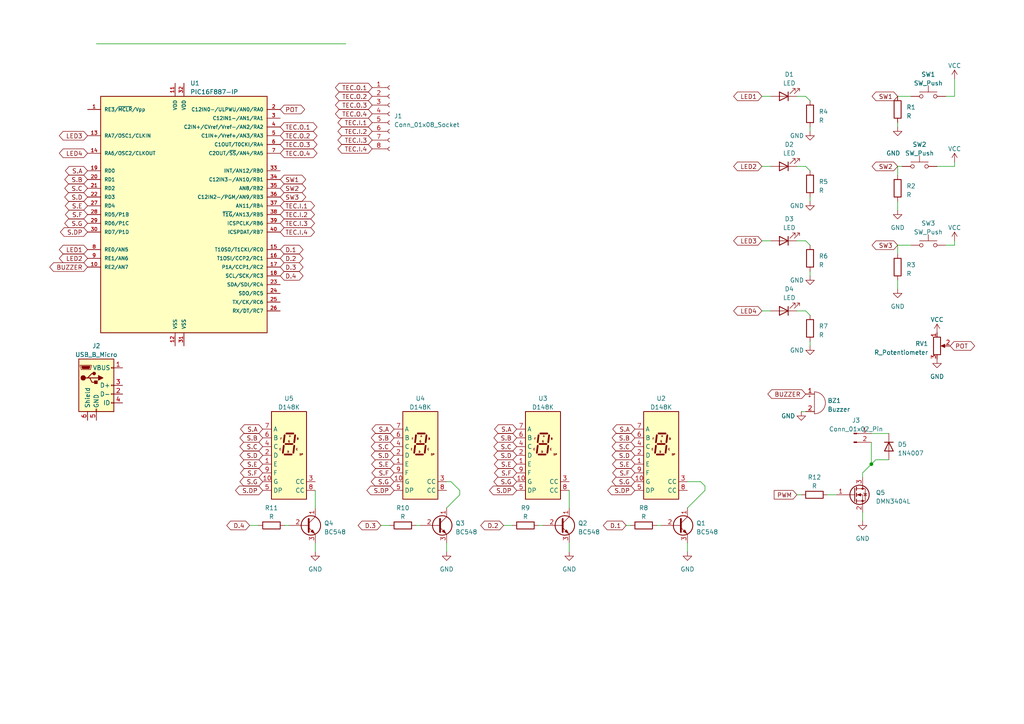
<source format=kicad_sch>
(kicad_sch (version 20230121) (generator eeschema)
  (paper "A4")
  (lib_symbols
    (symbol "Connector:Conn_01x02_Pin" (pin_names (offset 1.016) hide)
      (property "Reference" "J" (at 0 2.54 0))
      (property "Value" "Conn_01x02_Pin" (at 0 -5.08 0))
      (symbol "Conn_01x02_Pin_1_1"
        (polyline (pts (xy 1.27 -2.54) (xy 0.8636 -2.54)) (stroke (width 0.1524)))
        (polyline (pts (xy 1.27 0) (xy 0.8636 0)) (stroke (width 0.1524)))
        (rectangle (start 0.8636 -2.413) (end 0 -2.667) (stroke (width 0.1524)) (fill (type outline)))
        (rectangle (start 0.8636 0.127) (end 0 -0.127) (stroke (width 0.1524)) (fill (type outline)))
        (pin passive line (at 5.08 0 180) (length 3.81) (name "Pin_1") (number "1"))
        (pin passive line (at 5.08 -2.54 180) (length 3.81) (name "Pin_2") (number "2"))
      )
    )
    (symbol "Connector:Conn_01x08_Socket" (pin_names (offset 1.016) hide)
      (property "Reference" "J" (at 0 10.16 0))
      (property "Value" "Conn_01x08_Socket" (at 0 -12.7 0))
      (symbol "Conn_01x08_Socket_1_1"
        (arc (start 0 -9.652) (mid -0.5058 -10.16) (end 0 -10.668) (stroke (width 0.1524)))
        (arc (start 0 -7.112) (mid -0.5058 -7.62) (end 0 -8.128) (stroke (width 0.1524)))
        (arc (start 0 -4.572) (mid -0.5058 -5.08) (end 0 -5.588) (stroke (width 0.1524)))
        (arc (start 0 -2.032) (mid -0.5058 -2.54) (end 0 -3.048) (stroke (width 0.1524)))
        (polyline (pts (xy -1.27 -10.16) (xy -0.508 -10.16)) (stroke (width 0.1524)))
        (polyline (pts (xy -1.27 -7.62) (xy -0.508 -7.62)) (stroke (width 0.1524)))
        (polyline (pts (xy -1.27 -5.08) (xy -0.508 -5.08)) (stroke (width 0.1524)))
        (polyline (pts (xy -1.27 -2.54) (xy -0.508 -2.54)) (stroke (width 0.1524)))
        (polyline (pts (xy -1.27 0) (xy -0.508 0)) (stroke (width 0.1524)))
        (polyline (pts (xy -1.27 2.54) (xy -0.508 2.54)) (stroke (width 0.1524)))
        (polyline (pts (xy -1.27 5.08) (xy -0.508 5.08)) (stroke (width 0.1524)))
        (polyline (pts (xy -1.27 7.62) (xy -0.508 7.62)) (stroke (width 0.1524)))
        (arc (start 0 0.508) (mid -0.5058 0) (end 0 -0.508) (stroke (width 0.1524)))
        (arc (start 0 3.048) (mid -0.5058 2.54) (end 0 2.032) (stroke (width 0.1524)))
        (arc (start 0 5.588) (mid -0.5058 5.08) (end 0 4.572) (stroke (width 0.1524)))
        (arc (start 0 8.128) (mid -0.5058 7.62) (end 0 7.112) (stroke (width 0.1524)))
        (pin passive line (at -5.08 7.62 0) (length 3.81) (name "Pin_1") (number "1"))
        (pin passive line (at -5.08 5.08 0) (length 3.81) (name "Pin_2") (number "2"))
        (pin passive line (at -5.08 2.54 0) (length 3.81) (name "Pin_3") (number "3"))
        (pin passive line (at -5.08 0 0) (length 3.81) (name "Pin_4") (number "4"))
        (pin passive line (at -5.08 -2.54 0) (length 3.81) (name "Pin_5") (number "5"))
        (pin passive line (at -5.08 -5.08 0) (length 3.81) (name "Pin_6") (number "6"))
        (pin passive line (at -5.08 -7.62 0) (length 3.81) (name "Pin_7") (number "7"))
        (pin passive line (at -5.08 -10.16 0) (length 3.81) (name "Pin_8") (number "8"))
      )
    )
    (symbol "Connector:USB_B_Micro" (pin_names (offset 1.016))
      (property "Reference" "J" (at -5.08 11.43 0))
      (property "Value" "USB_B_Micro" (at -5.08 8.89 0))
      (symbol "USB_B_Micro_0_1"
        (rectangle (start -5.08 -7.62) (end 5.08 7.62) (stroke (width 0.254)) (fill (type background)))
        (circle (center -3.81 2.159) (radius 0.635) (stroke (width 0.254)) (fill (type outline)))
        (circle (center -0.635 3.429) (radius 0.381) (stroke (width 0.254)) (fill (type outline)))
        (rectangle (start -0.127 -7.62) (end 0.127 -6.858))
        (polyline (pts (xy -1.905 2.159) (xy 0.635 2.159)) (stroke (width 0.254)))
        (polyline (pts (xy -3.175 2.159) (xy -2.54 2.159) (xy -1.27 3.429) (xy -0.635 3.429)) (stroke (width 0.254)))
        (polyline (pts (xy -2.54 2.159) (xy -1.905 2.159) (xy -1.27 0.889) (xy 0 0.889)) (stroke (width 0.254)))
        (polyline (pts (xy 0.635 2.794) (xy 0.635 1.524) (xy 1.905 2.159) (xy 0.635 2.794)) (stroke (width 0.254)) (fill (type outline)))
        (polyline (pts (xy -4.318 5.588) (xy -1.778 5.588) (xy -2.032 4.826) (xy -4.064 4.826) (xy -4.318 5.588)) (fill (type outline)))
        (polyline (pts (xy -4.699 5.842) (xy -4.699 5.588) (xy -4.445 4.826) (xy -4.445 4.572) (xy -1.651 4.572) (xy -1.651 4.826) (xy -1.397 5.588) (xy -1.397 5.842) (xy -4.699 5.842)))
        (rectangle (start 0.254 1.27) (end -0.508 0.508) (stroke (width 0.254)) (fill (type outline)))
        (rectangle (start 5.08 -5.207) (end 4.318 -4.953))
        (rectangle (start 5.08 -2.667) (end 4.318 -2.413))
        (rectangle (start 5.08 -0.127) (end 4.318 0.127))
        (rectangle (start 5.08 4.953) (end 4.318 5.207))
      )
      (symbol "USB_B_Micro_1_1"
        (pin power_out line (at 7.62 5.08 180) (length 2.54) (name "VBUS") (number "1"))
        (pin bidirectional line (at 7.62 -2.54 180) (length 2.54) (name "D-") (number "2"))
        (pin bidirectional line (at 7.62 0 180) (length 2.54) (name "D+") (number "3"))
        (pin passive line (at 7.62 -5.08 180) (length 2.54) (name "ID") (number "4"))
        (pin power_out line (at 0 -10.16 90) (length 2.54) (name "GND") (number "5"))
        (pin passive line (at -2.54 -10.16 90) (length 2.54) (name "Shield") (number "6"))
      )
    )
    (symbol "Device:Buzzer" (pin_names (offset 0.0254) hide)
      (property "Reference" "BZ" (at 3.81 1.27 0))
      (property "Value" "Buzzer" (at 3.81 -1.27 0))
      (symbol "Buzzer_0_1"
        (arc (start 0 -3.175) (mid 3.1612 0) (end 0 3.175))
        (polyline (pts (xy -1.651 1.905) (xy -1.143 1.905)))
        (polyline (pts (xy -1.397 2.159) (xy -1.397 1.651)))
        (polyline (pts (xy 0 3.175) (xy 0 -3.175)))
      )
      (symbol "Buzzer_1_1"
        (pin passive line (at -2.54 2.54 0) (length 2.54) (name "-") (number "1"))
        (pin passive line (at -2.54 -2.54 0) (length 2.54) (name "+") (number "2"))
      )
    )
    (symbol "Device:LED" (pin_numbers hide) (pin_names (offset 1.016) hide)
      (property "Reference" "D" (at 0 2.54 0))
      (property "Value" "LED" (at 0 -2.54 0))
      (symbol "LED_0_1"
        (polyline (pts (xy -1.27 -1.27) (xy -1.27 1.27)) (stroke (width 0.254)))
        (polyline (pts (xy -1.27 0) (xy 1.27 0)))
        (polyline (pts (xy 1.27 -1.27) (xy 1.27 1.27) (xy -1.27 0) (xy 1.27 -1.27)) (stroke (width 0.254)))
        (polyline (pts (xy -3.048 -0.762) (xy -4.572 -2.286) (xy -3.81 -2.286) (xy -4.572 -2.286) (xy -4.572 -1.524)))
        (polyline (pts (xy -1.778 -0.762) (xy -3.302 -2.286) (xy -2.54 -2.286) (xy -3.302 -2.286) (xy -3.302 -1.524)))
      )
      (symbol "LED_1_1"
        (pin passive line (at -3.81 0 0) (length 2.54) (name "K") (number "1"))
        (pin passive line (at 3.81 0 180) (length 2.54) (name "A") (number "2"))
      )
    )
    (symbol "Device:R" (pin_numbers hide) (pin_names (offset 0))
      (property "Reference" "R" (at 2.032 0 90))
      (property "Value" "R" (at 0 0 90))
      (symbol "R_0_1"
        (rectangle (start -1.016 -2.54) (end 1.016 2.54) (stroke (width 0.254)))
      )
      (symbol "R_1_1"
        (pin passive line (at 0 3.81 270) (length 1.27) (name "~") (number "1"))
        (pin passive line (at 0 -3.81 90) (length 1.27) (name "~") (number "2"))
      )
    )
    (symbol "Device:R_Potentiometer" (pin_names (offset 1.016) hide)
      (property "Reference" "RV" (at -4.445 0 90))
      (property "Value" "R_Potentiometer" (at -2.54 0 90))
      (symbol "R_Potentiometer_0_1"
        (polyline (pts (xy 2.54 0) (xy 1.524 0)))
        (polyline (pts (xy 1.143 0) (xy 2.286 0.508) (xy 2.286 -0.508) (xy 1.143 0)) (fill (type outline)))
        (rectangle (start 1.016 2.54) (end -1.016 -2.54) (stroke (width 0.254)))
      )
      (symbol "R_Potentiometer_1_1"
        (pin passive line (at 0 3.81 270) (length 1.27) (name "1") (number "1"))
        (pin passive line (at 3.81 0 180) (length 1.27) (name "2") (number "2"))
        (pin passive line (at 0 -3.81 90) (length 1.27) (name "3") (number "3"))
      )
    )
    (symbol "Diode:1N4007" (pin_numbers hide) (pin_names hide)
      (property "Reference" "D" (at 0 2.54 0))
      (property "Value" "1N4007" (at 0 -2.54 0))
      (symbol "1N4007_0_1"
        (polyline (pts (xy -1.27 1.27) (xy -1.27 -1.27)) (stroke (width 0.254)))
        (polyline (pts (xy 1.27 0) (xy -1.27 0)))
        (polyline (pts (xy 1.27 1.27) (xy 1.27 -1.27) (xy -1.27 0) (xy 1.27 1.27)) (stroke (width 0.254)))
      )
      (symbol "1N4007_1_1"
        (pin passive line (at -3.81 0 0) (length 2.54) (name "K") (number "1"))
        (pin passive line (at 3.81 0 180) (length 2.54) (name "A") (number "2"))
      )
    )
    (symbol "Display_Character:D148K"
      (property "Reference" "U" (at -2.54 13.97 0))
      (property "Value" "D148K" (at 1.27 13.97 0))
      (symbol "D148K_0_0"
        (text "A" (at 0.254 5.588 0) (effects (font (size 0.508 0.508))))
        (text "B" (at 2.54 4.826 0) (effects (font (size 0.508 0.508))))
        (text "C" (at 2.286 1.778 0) (effects (font (size 0.508 0.508))))
        (text "D" (at -0.254 1.016 0) (effects (font (size 0.508 0.508))))
        (text "DP" (at 3.556 0.254 0) (effects (font (size 0.508 0.508))))
        (text "E" (at -2.54 1.778 0) (effects (font (size 0.508 0.508))))
        (text "F" (at -2.286 4.826 0) (effects (font (size 0.508 0.508))))
        (text "G" (at 0 4.064 0) (effects (font (size 0.508 0.508))))
      )
      (symbol "D148K_0_1"
        (rectangle (start -5.08 12.7) (end 5.08 -12.7) (stroke (width 0.254)) (fill (type background)))
        (polyline (pts (xy -1.524 2.794) (xy -1.778 0.762)) (stroke (width 0.508)))
        (polyline (pts (xy -1.27 0.254) (xy 0.762 0.254)) (stroke (width 0.508)))
        (polyline (pts (xy -1.27 5.842) (xy -1.524 3.81)) (stroke (width 0.508)))
        (polyline (pts (xy -1.016 3.302) (xy 1.016 3.302)) (stroke (width 0.508)))
        (polyline (pts (xy -0.762 6.35) (xy 1.27 6.35)) (stroke (width 0.508)))
        (polyline (pts (xy 1.524 2.794) (xy 1.27 0.762)) (stroke (width 0.508)))
        (polyline (pts (xy 1.778 5.842) (xy 1.524 3.81)) (stroke (width 0.508)))
        (polyline (pts (xy 2.54 0.254) (xy 2.54 0.254)) (stroke (width 0.508)))
      )
      (symbol "D148K_1_1"
        (pin input line (at -7.62 -2.54 0) (length 2.54) (name "E") (number "1"))
        (pin input line (at -7.62 -7.62 0) (length 2.54) (name "G") (number "10"))
        (pin input line (at -7.62 0 0) (length 2.54) (name "D") (number "2"))
        (pin input line (at 7.62 -7.62 180) (length 2.54) (name "CC") (number "3"))
        (pin input line (at -7.62 2.54 0) (length 2.54) (name "C") (number "4"))
        (pin input line (at -7.62 -10.16 0) (length 2.54) (name "DP") (number "5"))
        (pin input line (at -7.62 5.08 0) (length 2.54) (name "B") (number "6"))
        (pin input line (at -7.62 7.62 0) (length 2.54) (name "A") (number "7"))
        (pin input line (at 7.62 -10.16 180) (length 2.54) (name "CC") (number "8"))
        (pin input line (at -7.62 -5.08 0) (length 2.54) (name "F") (number "9"))
      )
    )
    (symbol "MCU_Microchip_PIC16:PIC16F887-IP" (pin_names (offset 1.016))
      (property "Reference" "U" (at 6.35 38.1 0))
      (property "Value" "PIC16F887-IP" (at 6.35 35.56 0))
      (symbol "PIC16F887-IP_0_1"
        (rectangle (start -24.13 -34.29) (end 24.13 34.29) (stroke (width 0.254)) (fill (type background)))
      )
      (symbol "PIC16F887-IP_1_1"
        (pin input line (at -27.94 30.48 0) (length 3.81) (name "RE3/~{MCLR}/Vpp") (number "1"))
        (pin bidirectional line (at -27.94 -15.24 0) (length 3.81) (name "RE2/AN7") (number "10"))
        (pin power_in line (at -2.54 38.1 270) (length 3.81) (name "VDD") (number "11"))
        (pin power_in line (at -2.54 -38.1 90) (length 3.81) (name "VSS") (number "12"))
        (pin bidirectional line (at -27.94 22.86 0) (length 3.81) (name "RA7/OSC1/CLKIN") (number "13"))
        (pin bidirectional line (at -27.94 17.78 0) (length 3.81) (name "RA6/OSC2/CLKOUT") (number "14"))
        (pin bidirectional line (at 27.94 -10.16 180) (length 3.81) (name "T10S0/T1CKI/RC0") (number "15"))
        (pin bidirectional line (at 27.94 -12.7 180) (length 3.81) (name "T1OSI/CCP2/RC1") (number "16"))
        (pin bidirectional line (at 27.94 -15.24 180) (length 3.81) (name "P1A/CCP1/RC2") (number "17"))
        (pin bidirectional line (at 27.94 -17.78 180) (length 3.81) (name "SCL/SCK/RC3") (number "18"))
        (pin bidirectional line (at -27.94 12.7 0) (length 3.81) (name "RD0") (number "19"))
        (pin bidirectional line (at 27.94 30.48 180) (length 3.81) (name "C12IN0-/ULPWU/AN0/RA0") (number "2"))
        (pin bidirectional line (at -27.94 10.16 0) (length 3.81) (name "RD1") (number "20"))
        (pin bidirectional line (at -27.94 7.62 0) (length 3.81) (name "RD2") (number "21"))
        (pin bidirectional line (at -27.94 5.08 0) (length 3.81) (name "RD3") (number "22"))
        (pin bidirectional line (at 27.94 -20.32 180) (length 3.81) (name "SDA/SDI/RC4") (number "23"))
        (pin bidirectional line (at 27.94 -22.86 180) (length 3.81) (name "SDO/RC5") (number "24"))
        (pin bidirectional line (at 27.94 -25.4 180) (length 3.81) (name "TX/CK/RC6") (number "25"))
        (pin bidirectional line (at 27.94 -27.94 180) (length 3.81) (name "RX/DT/RC7") (number "26"))
        (pin bidirectional line (at -27.94 2.54 0) (length 3.81) (name "RD4") (number "27"))
        (pin bidirectional line (at -27.94 0 0) (length 3.81) (name "RD5/P1B") (number "28"))
        (pin bidirectional line (at -27.94 -2.54 0) (length 3.81) (name "RD6/P1C") (number "29"))
        (pin bidirectional line (at 27.94 27.94 180) (length 3.81) (name "C12IN1-/AN1/RA1") (number "3"))
        (pin bidirectional line (at -27.94 -5.08 0) (length 3.81) (name "RD7/P1D") (number "30"))
        (pin power_in line (at 0 -38.1 90) (length 3.81) (name "VSS") (number "31"))
        (pin power_in line (at 0 38.1 270) (length 3.81) (name "VDD") (number "32"))
        (pin bidirectional line (at 27.94 12.7 180) (length 3.81) (name "INT/AN12/RB0") (number "33"))
        (pin bidirectional line (at 27.94 10.16 180) (length 3.81) (name "C12IN3-/AN10/RB1") (number "34"))
        (pin bidirectional line (at 27.94 7.62 180) (length 3.81) (name "AN8/RB2") (number "35"))
        (pin bidirectional line (at 27.94 5.08 180) (length 3.81) (name "C12IN2-/PGM/AN9/RB3") (number "36"))
        (pin bidirectional line (at 27.94 2.54 180) (length 3.81) (name "AN11/RB4") (number "37"))
        (pin bidirectional line (at 27.94 0 180) (length 3.81) (name "~{T1G}/AN13/RB5") (number "38"))
        (pin bidirectional line (at 27.94 -2.54 180) (length 3.81) (name "ICSPCLK/RB6") (number "39"))
        (pin bidirectional line (at 27.94 25.4 180) (length 3.81) (name "C2IN+/CVref/Vref-/AN2/RA2") (number "4"))
        (pin bidirectional line (at 27.94 -5.08 180) (length 3.81) (name "ICSPDAT/RB7") (number "40"))
        (pin bidirectional line (at 27.94 22.86 180) (length 3.81) (name "C1IN+/Vref+/AN3/RA3") (number "5"))
        (pin bidirectional line (at 27.94 20.32 180) (length 3.81) (name "C1OUT/T0CKI/RA4") (number "6"))
        (pin bidirectional line (at 27.94 17.78 180) (length 3.81) (name "C2OUT/~{SS}/AN4/RA5") (number "7"))
        (pin bidirectional line (at -27.94 -10.16 0) (length 3.81) (name "RE0/AN5") (number "8"))
        (pin bidirectional line (at -27.94 -12.7 0) (length 3.81) (name "RE1/AN6") (number "9"))
      )
    )
    (symbol "Switch:SW_Push" (pin_numbers hide) (pin_names (offset 1.016) hide)
      (property "Reference" "SW" (at 1.27 2.54 0))
      (property "Value" "SW_Push" (at 0 -1.524 0))
      (symbol "SW_Push_0_1"
        (circle (center -2.032 0) (radius 0.508))
        (polyline (pts (xy 0 1.27) (xy 0 3.048)))
        (polyline (pts (xy 2.54 1.27) (xy -2.54 1.27)))
        (circle (center 2.032 0) (radius 0.508))
        (pin passive line (at -5.08 0 0) (length 2.54) (name "1") (number "1"))
        (pin passive line (at 5.08 0 180) (length 2.54) (name "2") (number "2"))
      )
    )
    (symbol "Transistor_BJT:BC548" (pin_names (offset 0) hide)
      (property "Reference" "Q" (at 5.08 1.905 0))
      (property "Value" "BC548" (at 5.08 0 0))
      (symbol "BC548_0_1"
        (polyline (pts (xy 0 0) (xy 0.635 0)))
        (polyline (pts (xy 0.635 0.635) (xy 2.54 2.54)))
        (polyline (pts (xy 0.635 -0.635) (xy 2.54 -2.54) (xy 2.54 -2.54)))
        (polyline (pts (xy 0.635 1.905) (xy 0.635 -1.905) (xy 0.635 -1.905)) (stroke (width 0.508)))
        (polyline (pts (xy 1.27 -1.778) (xy 1.778 -1.27) (xy 2.286 -2.286) (xy 1.27 -1.778) (xy 1.27 -1.778)) (fill (type outline)))
        (circle (center 1.27 0) (radius 2.8194) (stroke (width 0.254)))
      )
      (symbol "BC548_1_1"
        (pin passive line (at 2.54 5.08 270) (length 2.54) (name "C") (number "1"))
        (pin input line (at -5.08 0 0) (length 5.08) (name "B") (number "2"))
        (pin passive line (at 2.54 -5.08 90) (length 2.54) (name "E") (number "3"))
      )
    )
    (symbol "Transistor_FET:DMN3404L" (pin_names hide)
      (property "Reference" "Q" (at 5.08 1.905 0))
      (property "Value" "DMN3404L" (at 5.08 0 0))
      (symbol "DMN3404L_0_1"
        (polyline (pts (xy 0.254 0) (xy -2.54 0)))
        (polyline (pts (xy 0.254 1.905) (xy 0.254 -1.905)) (stroke (width 0.254)))
        (polyline (pts (xy 0.762 -1.27) (xy 0.762 -2.286)) (stroke (width 0.254)))
        (polyline (pts (xy 0.762 0.508) (xy 0.762 -0.508)) (stroke (width 0.254)))
        (polyline (pts (xy 0.762 2.286) (xy 0.762 1.27)) (stroke (width 0.254)))
        (polyline (pts (xy 2.54 2.54) (xy 2.54 1.778)))
        (polyline (pts (xy 2.54 -2.54) (xy 2.54 0) (xy 0.762 0)))
        (polyline (pts (xy 0.762 -1.778) (xy 3.302 -1.778) (xy 3.302 1.778) (xy 0.762 1.778)))
        (polyline (pts (xy 1.016 0) (xy 2.032 0.381) (xy 2.032 -0.381) (xy 1.016 0)) (fill (type outline)))
        (polyline (pts (xy 2.794 0.508) (xy 2.921 0.381) (xy 3.683 0.381) (xy 3.81 0.254)))
        (polyline (pts (xy 3.302 0.381) (xy 2.921 -0.254) (xy 3.683 -0.254) (xy 3.302 0.381)))
        (circle (center 1.651 0) (radius 2.794) (stroke (width 0.254)))
        (circle (center 2.54 -1.778) (radius 0.254) (fill (type outline)))
        (circle (center 2.54 1.778) (radius 0.254) (fill (type outline)))
      )
      (symbol "DMN3404L_1_1"
        (pin input line (at -5.08 0 0) (length 2.54) (name "G") (number "1"))
        (pin passive line (at 2.54 -5.08 90) (length 2.54) (name "S") (number "2"))
        (pin passive line (at 2.54 5.08 270) (length 2.54) (name "D") (number "3"))
      )
    )
    (symbol "power:GND" (power) (pin_names (offset 0))
      (property "Value" "GND" (at 0 -3.81 0))
      (symbol "GND_0_1"
        (polyline (pts (xy 0 0) (xy 0 -1.27) (xy 1.27 -1.27) (xy 0 -2.54) (xy -1.27 -1.27) (xy 0 -1.27)))
      )
      (symbol "GND_1_1"
        (pin power_in line (at 0 0 270) (length 0) hide (name "GND") (number "1"))
      )
    )
    (symbol "power:VCC" (power) (pin_names (offset 0))
      (property "Value" "VCC" (at 0 3.81 0))
      (symbol "VCC_0_1"
        (polyline (pts (xy -0.762 1.27) (xy 0 2.54)))
        (polyline (pts (xy 0 0) (xy 0 2.54)))
        (polyline (pts (xy 0 2.54) (xy 0.762 1.27)))
      )
      (symbol "VCC_1_1"
        (pin power_in line (at 0 0 90) (length 0) hide (name "VCC") (number "1"))
      )
    )
  )
  (junction (at 252.73 134.62))
  (wire (pts (xy 190.5 152.4) (xy 191.77 152.4)))
  (wire (pts (xy 252.73 128.27) (xy 252.73 134.62)))
  (wire (pts (xy 231.14 90.17) (xy 233.68 90.17)))
  (wire (pts (xy 203.2 139.7) (xy 204.47 140.97)))
  (wire (pts (xy 129.54 157.48) (xy 129.54 160.02)))
  (wire (pts (xy 260.35 83.82) (xy 260.35 81.28)))
  (wire (pts (xy 91.44 157.48) (xy 91.44 160.02)))
  (wire (pts (xy 233.68 27.94) (xy 234.95 29.21)))
  (wire (pts (xy 231.14 143.51) (xy 232.41 143.51)))
  (wire (pts (xy 260.35 71.12) (xy 264.16 71.12)))
  (wire (pts (xy 204.47 140.97) (xy 204.47 142.24)))
  (wire (pts (xy 250.19 137.16) (xy 252.73 134.62)))
  (wire (pts (xy 234.95 100.33) (xy 234.95 99.06)))
  (wire (pts (xy 27.94 12.7) (xy 100.33 12.7)))
  (wire (pts (xy 260.35 50.8) (xy 260.35 48.26)))
  (wire (pts (xy 271.78 48.26) (xy 276.86 48.26)))
  (wire (pts (xy 274.32 71.12) (xy 276.86 71.12)))
  (wire (pts (xy 260.35 60.96) (xy 260.35 58.42)))
  (wire (pts (xy 260.35 73.66) (xy 260.35 71.12)))
  (wire (pts (xy 254 133.35) (xy 257.81 133.35)))
  (wire (pts (xy 240.03 143.51) (xy 242.57 143.51)))
  (wire (pts (xy 181.61 152.4) (xy 182.88 152.4)))
  (wire (pts (xy 233.68 69.85) (xy 234.95 71.12)))
  (wire (pts (xy 232.41 119.38) (xy 233.68 119.38)))
  (wire (pts (xy 276.86 27.94) (xy 274.32 27.94)))
  (wire (pts (xy 276.86 46.99) (xy 276.86 48.26)))
  (wire (pts (xy 165.1 142.24) (xy 165.1 147.32)))
  (wire (pts (xy 231.14 27.94) (xy 233.68 27.94)))
  (wire (pts (xy 231.14 48.26) (xy 233.68 48.26)))
  (wire (pts (xy 220.98 48.26) (xy 223.52 48.26)))
  (wire (pts (xy 130.81 139.7) (xy 133.35 142.24)))
  (wire (pts (xy 252.73 125.73) (xy 257.81 125.73)))
  (wire (pts (xy 204.47 142.24) (xy 199.39 147.32)))
  (wire (pts (xy 276.86 69.85) (xy 276.86 71.12)))
  (wire (pts (xy 82.55 152.4) (xy 83.82 152.4)))
  (wire (pts (xy 233.68 48.26) (xy 234.95 49.53)))
  (wire (pts (xy 234.95 80.01) (xy 234.95 78.74)))
  (wire (pts (xy 234.95 38.1) (xy 234.95 36.83)))
  (wire (pts (xy 72.39 152.4) (xy 74.93 152.4)))
  (wire (pts (xy 252.73 134.62) (xy 254 133.35)))
  (wire (pts (xy 220.98 27.94) (xy 223.52 27.94)))
  (wire (pts (xy 199.39 157.48) (xy 199.39 160.02)))
  (wire (pts (xy 129.54 139.7) (xy 130.81 139.7)))
  (wire (pts (xy 234.95 58.42) (xy 234.95 57.15)))
  (wire (pts (xy 165.1 157.48) (xy 165.1 160.02)))
  (wire (pts (xy 220.98 69.85) (xy 223.52 69.85)))
  (wire (pts (xy 233.68 90.17) (xy 234.95 91.44)))
  (wire (pts (xy 250.19 148.59) (xy 250.19 151.13)))
  (wire (pts (xy 260.35 48.26) (xy 261.62 48.26)))
  (wire (pts (xy 260.35 27.94) (xy 264.16 27.94)))
  (wire (pts (xy 146.05 152.4) (xy 148.59 152.4)))
  (wire (pts (xy 260.35 36.83) (xy 260.35 35.56)))
  (wire (pts (xy 156.21 152.4) (xy 157.48 152.4)))
  (wire (pts (xy 276.86 22.86) (xy 276.86 27.94)))
  (wire (pts (xy 250.19 138.43) (xy 250.19 137.16)))
  (wire (pts (xy 199.39 139.7) (xy 203.2 139.7)))
  (wire (pts (xy 133.35 142.24) (xy 133.35 143.51)))
  (wire (pts (xy 133.35 143.51) (xy 129.54 147.32)))
  (wire (pts (xy 91.44 142.24) (xy 91.44 147.32)))
  (wire (pts (xy 120.65 152.4) (xy 121.92 152.4)))
  (wire (pts (xy 231.14 69.85) (xy 233.68 69.85)))
  (wire (pts (xy 110.49 152.4) (xy 113.03 152.4)))
  (wire (pts (xy 220.98 90.17) (xy 223.52 90.17)))
  (global_label "D.4" (shape bidirectional) (at 81.28 80.01 0) (property "Intersheetrefs" "${INTERSHEET_REFS}" (effects hide)))
  (global_label "TEC.O.1" (shape bidirectional) (at 81.28 36.83 0) (property "Intersheetrefs" "${INTERSHEET_REFS}" (effects hide)))
  (global_label "SW1" (shape bidirectional) (at 260.35 27.94 180) (property "Intersheetrefs" "${INTERSHEET_REFS}" (effects hide)))
  (global_label "LED3" (shape bidirectional) (at 25.4 39.37 180) (property "Intersheetrefs" "${INTERSHEET_REFS}" (effects hide)))
  (global_label "S.F" (shape bidirectional) (at 25.4 62.23 180) (property "Intersheetrefs" "${INTERSHEET_REFS}" (effects hide)))
  (global_label "S.DP" (shape bidirectional) (at 149.86 142.24 180) (property "Intersheetrefs" "${INTERSHEET_REFS}" (effects hide)))
  (global_label "TEC.O.3" (shape bidirectional) (at 81.28 41.91 0) (property "Intersheetrefs" "${INTERSHEET_REFS}" (effects hide)))
  (global_label "S.E" (shape bidirectional) (at 184.15 134.62 180) (property "Intersheetrefs" "${INTERSHEET_REFS}" (effects hide)))
  (global_label "D.3" (shape bidirectional) (at 110.49 152.4 180) (property "Intersheetrefs" "${INTERSHEET_REFS}" (effects hide)))
  (global_label "S.G" (shape bidirectional) (at 149.86 139.7 180) (property "Intersheetrefs" "${INTERSHEET_REFS}" (effects hide)))
  (global_label "S.E" (shape bidirectional) (at 76.2 134.62 180) (property "Intersheetrefs" "${INTERSHEET_REFS}" (effects hide)))
  (global_label "TEC.O.1" (shape bidirectional) (at 107.95 25.4 180) (property "Intersheetrefs" "${INTERSHEET_REFS}" (effects hide)))
  (global_label "S.A" (shape bidirectional) (at 149.86 124.46 180) (property "Intersheetrefs" "${INTERSHEET_REFS}" (effects hide)))
  (global_label "SW3" (shape bidirectional) (at 260.35 71.12 180) (property "Intersheetrefs" "${INTERSHEET_REFS}" (effects hide)))
  (global_label "D.2" (shape bidirectional) (at 146.05 152.4 180) (property "Intersheetrefs" "${INTERSHEET_REFS}" (effects hide)))
  (global_label "LED2" (shape bidirectional) (at 220.98 48.26 180) (property "Intersheetrefs" "${INTERSHEET_REFS}" (effects hide)))
  (global_label "TEC.I.4" (shape bidirectional) (at 107.95 43.18 180) (property "Intersheetrefs" "${INTERSHEET_REFS}" (effects hide)))
  (global_label "S.D" (shape bidirectional) (at 149.86 132.08 180) (property "Intersheetrefs" "${INTERSHEET_REFS}" (effects hide)))
  (global_label "S.DP" (shape bidirectional) (at 76.2 142.24 180) (property "Intersheetrefs" "${INTERSHEET_REFS}" (effects hide)))
  (global_label "TEC.I.1" (shape bidirectional) (at 81.28 59.69 0) (property "Intersheetrefs" "${INTERSHEET_REFS}" (effects hide)))
  (global_label "S.E" (shape bidirectional) (at 114.3 134.62 180) (property "Intersheetrefs" "${INTERSHEET_REFS}" (effects hide)))
  (global_label "LED4" (shape bidirectional) (at 220.98 90.17 180) (property "Intersheetrefs" "${INTERSHEET_REFS}" (effects hide)))
  (global_label "TEC.O.4" (shape bidirectional) (at 107.95 33.02 180) (property "Intersheetrefs" "${INTERSHEET_REFS}" (effects hide)))
  (global_label "S.B" (shape bidirectional) (at 149.86 127 180) (property "Intersheetrefs" "${INTERSHEET_REFS}" (effects hide)))
  (global_label "S.D" (shape bidirectional) (at 184.15 132.08 180) (property "Intersheetrefs" "${INTERSHEET_REFS}" (effects hide)))
  (global_label "S.B" (shape bidirectional) (at 76.2 127 180) (property "Intersheetrefs" "${INTERSHEET_REFS}" (effects hide)))
  (global_label "S.A" (shape bidirectional) (at 114.3 124.46 180) (property "Intersheetrefs" "${INTERSHEET_REFS}" (effects hide)))
  (global_label "SW1" (shape bidirectional) (at 81.28 52.07 0) (property "Intersheetrefs" "${INTERSHEET_REFS}" (effects hide)))
  (global_label "TEC.I.2" (shape bidirectional) (at 81.28 62.23 0) (property "Intersheetrefs" "${INTERSHEET_REFS}" (effects hide)))
  (global_label "S.B" (shape bidirectional) (at 184.15 127 180) (property "Intersheetrefs" "${INTERSHEET_REFS}" (effects hide)))
  (global_label "POT" (shape bidirectional) (at 81.28 31.75 0) (property "Intersheetrefs" "${INTERSHEET_REFS}" (effects hide)))
  (global_label "BUZZER" (shape bidirectional) (at 25.4 77.47 180) (property "Intersheetrefs" "${INTERSHEET_REFS}" (effects hide)))
  (global_label "S.A" (shape bidirectional) (at 184.15 124.46 180) (property "Intersheetrefs" "${INTERSHEET_REFS}" (effects hide)))
  (global_label "D.4" (shape bidirectional) (at 72.39 152.4 180) (property "Intersheetrefs" "${INTERSHEET_REFS}" (effects hide)))
  (global_label "S.F" (shape bidirectional) (at 184.15 137.16 180) (property "Intersheetrefs" "${INTERSHEET_REFS}" (effects hide)))
  (global_label "S.DP" (shape bidirectional) (at 184.15 142.24 180) (property "Intersheetrefs" "${INTERSHEET_REFS}" (effects hide)))
  (global_label "S.E" (shape bidirectional) (at 149.86 134.62 180) (property "Intersheetrefs" "${INTERSHEET_REFS}" (effects hide)))
  (global_label "D.1" (shape bidirectional) (at 81.28 72.39 0) (property "Intersheetrefs" "${INTERSHEET_REFS}" (effects hide)))
  (global_label "TEC.O.2" (shape bidirectional) (at 81.28 39.37 0) (property "Intersheetrefs" "${INTERSHEET_REFS}" (effects hide)))
  (global_label "TEC.O.2" (shape bidirectional) (at 107.95 27.94 180) (property "Intersheetrefs" "${INTERSHEET_REFS}" (effects hide)))
  (global_label "S.C" (shape bidirectional) (at 114.3 129.54 180) (property "Intersheetrefs" "${INTERSHEET_REFS}" (effects hide)))
  (global_label "SW2" (shape bidirectional) (at 260.35 48.26 180) (property "Intersheetrefs" "${INTERSHEET_REFS}" (effects hide)))
  (global_label "D.3" (shape bidirectional) (at 81.28 77.47 0) (property "Intersheetrefs" "${INTERSHEET_REFS}" (effects hide)))
  (global_label "D.2" (shape bidirectional) (at 81.28 74.93 0) (property "Intersheetrefs" "${INTERSHEET_REFS}" (effects hide)))
  (global_label "PWM" (shape input) (at 231.14 143.51 180) (property "Intersheetrefs" "${INTERSHEET_REFS}" (effects hide)))
  (global_label "SW3" (shape bidirectional) (at 81.28 57.15 0) (property "Intersheetrefs" "${INTERSHEET_REFS}" (effects hide)))
  (global_label "TEC.I.1" (shape bidirectional) (at 107.95 35.56 180) (property "Intersheetrefs" "${INTERSHEET_REFS}" (effects hide)))
  (global_label "TEC.I.2" (shape bidirectional) (at 107.95 38.1 180) (property "Intersheetrefs" "${INTERSHEET_REFS}" (effects hide)))
  (global_label "S.G" (shape bidirectional) (at 76.2 139.7 180) (property "Intersheetrefs" "${INTERSHEET_REFS}" (effects hide)))
  (global_label "S.G" (shape bidirectional) (at 114.3 139.7 180) (property "Intersheetrefs" "${INTERSHEET_REFS}" (effects hide)))
  (global_label "S.D" (shape bidirectional) (at 76.2 132.08 180) (property "Intersheetrefs" "${INTERSHEET_REFS}" (effects hide)))
  (global_label "S.D" (shape bidirectional) (at 114.3 132.08 180) (property "Intersheetrefs" "${INTERSHEET_REFS}" (effects hide)))
  (global_label "S.G" (shape bidirectional) (at 184.15 139.7 180) (property "Intersheetrefs" "${INTERSHEET_REFS}" (effects hide)))
  (global_label "S.C" (shape bidirectional) (at 149.86 129.54 180) (property "Intersheetrefs" "${INTERSHEET_REFS}" (effects hide)))
  (global_label "TEC.I.3" (shape bidirectional) (at 107.95 40.64 180) (property "Intersheetrefs" "${INTERSHEET_REFS}" (effects hide)))
  (global_label "TEC.I.3" (shape bidirectional) (at 81.28 64.77 0) (property "Intersheetrefs" "${INTERSHEET_REFS}" (effects hide)))
  (global_label "D.1" (shape bidirectional) (at 181.61 152.4 180) (property "Intersheetrefs" "${INTERSHEET_REFS}" (effects hide)))
  (global_label "LED3" (shape bidirectional) (at 220.98 69.85 180) (property "Intersheetrefs" "${INTERSHEET_REFS}" (effects hide)))
  (global_label "SW2" (shape bidirectional) (at 81.28 54.61 0) (property "Intersheetrefs" "${INTERSHEET_REFS}" (effects hide)))
  (global_label "LED2" (shape bidirectional) (at 25.4 74.93 180) (property "Intersheetrefs" "${INTERSHEET_REFS}" (effects hide)))
  (global_label "BUZZER" (shape bidirectional) (at 233.68 114.3 180) (property "Intersheetrefs" "${INTERSHEET_REFS}" (effects hide)))
  (global_label "S.G" (shape bidirectional) (at 25.4 64.77 180) (property "Intersheetrefs" "${INTERSHEET_REFS}" (effects hide)))
  (global_label "S.C" (shape bidirectional) (at 76.2 129.54 180) (property "Intersheetrefs" "${INTERSHEET_REFS}" (effects hide)))
  (global_label "POT" (shape bidirectional) (at 275.59 100.33 0) (property "Intersheetrefs" "${INTERSHEET_REFS}" (effects hide)))
  (global_label "S.A" (shape bidirectional) (at 76.2 124.46 180) (property "Intersheetrefs" "${INTERSHEET_REFS}" (effects hide)))
  (global_label "S.B" (shape bidirectional) (at 25.4 52.07 180) (property "Intersheetrefs" "${INTERSHEET_REFS}" (effects hide)))
  (global_label "TEC.O.3" (shape bidirectional) (at 107.95 30.48 180) (property "Intersheetrefs" "${INTERSHEET_REFS}" (effects hide)))
  (global_label "LED4" (shape bidirectional) (at 25.4 44.45 180) (property "Intersheetrefs" "${INTERSHEET_REFS}" (effects hide)))
  (global_label "S.DP" (shape bidirectional) (at 114.3 142.24 180) (property "Intersheetrefs" "${INTERSHEET_REFS}" (effects hide)))
  (global_label "TEC.I.4" (shape bidirectional) (at 81.28 67.31 0) (property "Intersheetrefs" "${INTERSHEET_REFS}" (effects hide)))
  (global_label "S.F" (shape bidirectional) (at 114.3 137.16 180) (property "Intersheetrefs" "${INTERSHEET_REFS}" (effects hide)))
  (global_label "LED1" (shape bidirectional) (at 220.98 27.94 180) (property "Intersheetrefs" "${INTERSHEET_REFS}" (effects hide)))
  (global_label "S.D" (shape bidirectional) (at 25.4 57.15 180) (property "Intersheetrefs" "${INTERSHEET_REFS}" (effects hide)))
  (global_label "S.DP" (shape bidirectional) (at 25.4 67.31 180) (property "Intersheetrefs" "${INTERSHEET_REFS}" (effects hide)))
  (global_label "S.C" (shape bidirectional) (at 25.4 54.61 180) (property "Intersheetrefs" "${INTERSHEET_REFS}" (effects hide)))
  (global_label "S.F" (shape bidirectional) (at 149.86 137.16 180) (property "Intersheetrefs" "${INTERSHEET_REFS}" (effects hide)))
  (global_label "LED1" (shape bidirectional) (at 25.4 72.39 180) (property "Intersheetrefs" "${INTERSHEET_REFS}" (effects hide)))
  (global_label "TEC.O.4" (shape bidirectional) (at 81.28 44.45 0) (property "Intersheetrefs" "${INTERSHEET_REFS}" (effects hide)))
  (global_label "S.F" (shape bidirectional) (at 76.2 137.16 180) (property "Intersheetrefs" "${INTERSHEET_REFS}" (effects hide)))
  (global_label "S.A" (shape bidirectional) (at 25.4 49.53 180) (property "Intersheetrefs" "${INTERSHEET_REFS}" (effects hide)))
  (global_label "S.E" (shape bidirectional) (at 25.4 59.69 180) (property "Intersheetrefs" "${INTERSHEET_REFS}" (effects hide)))
  (global_label "S.C" (shape bidirectional) (at 184.15 129.54 180) (property "Intersheetrefs" "${INTERSHEET_REFS}" (effects hide)))
  (global_label "S.B" (shape bidirectional) (at 114.3 127 180) (property "Intersheetrefs" "${INTERSHEET_REFS}" (effects hide)))
  (symbol (lib_id "Device:R") (at 234.95 53.34 0) (unit 1)
    (property "Reference" "R5" (at 237.49 52.705 0) (effects (justify left)))
    (property "Value" "R" (at 237.49 55.245 0) (effects (justify left)))
    (property "Footprint" "Resistor_SMD:R_0603_1608Metric_Pad0.98x0.95mm_HandSolder" (effects hide))
  )
  (symbol (lib_id "Device:Buzzer") (at 236.22 116.84 0) (unit 1)
    (property "Reference" "BZ1" (at 240.03 116.205 0) (effects (justify left)))
    (property "Value" "Buzzer" (at 240.03 118.745 0) (effects (justify left)))
    (property "Footprint" "Buzzer_Beeper:Buzzer_12x9.5RM7.6" (effects hide))
  )
  (symbol (lib_id "Display_Character:D148K") (at 157.48 132.08 0) (unit 1)
    (property "Reference" "U3" (at 157.48 115.57 0))
    (property "Value" "D148K" (at 157.48 118.11 0))
    (property "Footprint" "Display_7Segment:7SegmentLED_LTS6760_LTS6780" (effects hide))
    (property "Datasheet" "https://ia800903.us.archive.org/24/items/CTKD1x8K/Cromatek%20D168K.pdf" (effects hide))
  )
  (symbol (lib_id "power:GND") (at 234.95 100.33 0) (unit 1)
    (property "Reference" "#PWR010" (effects hide))
    (property "Value" "GND" (at 231.14 101.6 0))
  )
  (symbol (lib_id "power:GND") (at 260.35 36.83 0) (unit 1)
    (property "Reference" "#PWR01" (effects hide))
    (property "Value" "GND" (at 259.08 44.45 0))
  )
  (symbol (lib_id "power:GND") (at 165.1 160.02 0) (unit 1)
    (property "Reference" "#PWR015" (effects hide))
    (property "Value" "GND" (at 165.1 165.1 0))
  )
  (symbol (lib_id "power:GND") (at 260.35 60.96 0) (unit 1)
    (property "Reference" "#PWR03" (effects hide))
    (property "Value" "GND" (at 260.35 66.04 0))
  )
  (symbol (lib_id "Device:R") (at 234.95 33.02 0) (unit 1)
    (property "Reference" "R4" (at 237.49 32.385 0) (effects (justify left)))
    (property "Value" "R" (at 237.49 34.925 0) (effects (justify left)))
    (property "Footprint" "Resistor_SMD:R_0603_1608Metric_Pad0.98x0.95mm_HandSolder" (effects hide))
  )
  (symbol (lib_id "power:GND") (at 232.41 119.38 0) (unit 1)
    (property "Reference" "#PWR011" (effects hide))
    (property "Value" "GND" (at 228.6 120.65 0))
  )
  (symbol (lib_id "Transistor_BJT:BC548") (at 196.85 152.4 0) (unit 1)
    (property "Reference" "Q1" (at 201.93 151.765 0) (effects (justify left)))
    (property "Value" "BC548" (at 201.93 154.305 0) (effects (justify left)))
    (property "Footprint" "Package_TO_SOT_THT:TO-92_Inline" (effects hide))
    (property "Datasheet" "https://www.onsemi.com/pub/Collateral/BC550-D.pdf" (effects hide))
  )
  (symbol (lib_id "Diode:1N4007") (at 257.81 129.54 270) (unit 1)
    (property "Reference" "D5" (at 260.35 128.905 90) (effects (justify left)))
    (property "Value" "1N4007" (at 260.35 131.445 90) (effects (justify left)))
    (property "Footprint" "Diode_SMD:D_0805_2012Metric" (effects hide))
    (property "Datasheet" "http://www.vishay.com/docs/88503/1n4001.pdf" (effects hide))
    (property "Sim.Device" "D" (effects hide))
    (property "Sim.Pins" "1=K 2=A" (effects hide))
  )
  (symbol (lib_id "Transistor_BJT:BC548") (at 127 152.4 0) (unit 1)
    (property "Reference" "Q3" (at 132.08 151.765 0) (effects (justify left)))
    (property "Value" "BC548" (at 132.08 154.305 0) (effects (justify left)))
    (property "Footprint" "Package_TO_SOT_THT:TO-92_Inline" (effects hide))
    (property "Datasheet" "https://www.onsemi.com/pub/Collateral/BC550-D.pdf" (effects hide))
  )
  (symbol (lib_id "Connector:USB_B_Micro") (at 27.94 111.76 0) (unit 1)
    (property "Reference" "J2" (at 27.94 100.33 0))
    (property "Value" "USB_B_Micro" (at 27.94 102.87 0))
  )
  (symbol (lib_id "Device:R") (at 116.84 152.4 90) (unit 1)
    (property "Reference" "R10" (at 116.84 147.32 90))
    (property "Value" "R" (at 116.84 149.86 90))
    (property "Footprint" "Resistor_SMD:R_0603_1608Metric_Pad0.98x0.95mm_HandSolder" (effects hide))
  )
  (symbol (lib_id "power:GND") (at 234.95 38.1 0) (unit 1)
    (property "Reference" "#PWR07" (effects hide))
    (property "Value" "GND" (at 231.14 39.37 0))
  )
  (symbol (lib_id "power:GND") (at 129.54 160.02 0) (unit 1)
    (property "Reference" "#PWR016" (effects hide))
    (property "Value" "GND" (at 129.54 165.1 0))
  )
  (symbol (lib_id "Device:R") (at 260.35 54.61 0) (unit 1)
    (property "Reference" "R2" (at 262.89 53.975 0) (effects (justify left)))
    (property "Value" "R" (at 262.89 56.515 0) (effects (justify left)))
    (property "Footprint" "Resistor_SMD:R_0603_1608Metric_Pad0.98x0.95mm_HandSolder" (effects hide))
  )
  (symbol (lib_id "power:VCC") (at 276.86 46.99 0) (unit 1)
    (property "Reference" "#PWR04" (effects hide))
    (property "Value" "VCC" (at 276.86 43.18 0))
  )
  (symbol (lib_id "Device:R") (at 78.74 152.4 90) (unit 1)
    (property "Reference" "R11" (at 78.74 147.32 90))
    (property "Value" "R" (at 78.74 149.86 90))
    (property "Footprint" "Resistor_SMD:R_0603_1608Metric_Pad0.98x0.95mm_HandSolder" (effects hide))
  )
  (symbol (lib_id "Device:R") (at 186.69 152.4 90) (unit 1)
    (property "Reference" "R8" (at 186.69 147.32 90))
    (property "Value" "R" (at 186.69 149.86 90))
    (property "Footprint" "Resistor_SMD:R_0603_1608Metric_Pad0.98x0.95mm_HandSolder" (effects hide))
  )
  (symbol (lib_id "Device:LED") (at 227.33 69.85 180) (unit 1)
    (property "Reference" "D3" (at 228.9175 63.5 0))
    (property "Value" "LED" (at 228.9175 66.04 0))
    (property "Footprint" "LED_SMD:LED_2010_5025Metric" (effects hide))
  )
  (symbol (lib_id "power:GND") (at 234.95 58.42 0) (unit 1)
    (property "Reference" "#PWR08" (effects hide))
    (property "Value" "GND" (at 231.14 59.69 0))
  )
  (symbol (lib_id "Device:R") (at 234.95 95.25 0) (unit 1)
    (property "Reference" "R7" (at 237.49 94.615 0) (effects (justify left)))
    (property "Value" "R" (at 237.49 97.155 0) (effects (justify left)))
    (property "Footprint" "Resistor_SMD:R_0603_1608Metric_Pad0.98x0.95mm_HandSolder" (effects hide))
  )
  (symbol (lib_id "Device:R") (at 234.95 74.93 0) (unit 1)
    (property "Reference" "R6" (at 237.49 74.295 0) (effects (justify left)))
    (property "Value" "R" (at 237.49 76.835 0) (effects (justify left)))
    (property "Footprint" "Resistor_SMD:R_0603_1608Metric_Pad0.98x0.95mm_HandSolder" (effects hide))
  )
  (symbol (lib_id "power:VCC") (at 271.78 96.52 0) (unit 1)
    (property "Reference" "#PWR013" (effects hide))
    (property "Value" "VCC" (at 271.78 92.71 0))
  )
  (symbol (lib_id "Switch:SW_Push") (at 269.24 27.94 0) (unit 1)
    (property "Reference" "SW1" (at 269.24 21.59 0))
    (property "Value" "SW_Push" (at 269.24 24.13 0))
    (property "Footprint" "Button_Switch_THT:SW_PUSH_6mm_H4.3mm" (effects hide))
  )
  (symbol (lib_id "Device:LED") (at 227.33 48.26 180) (unit 1)
    (property "Reference" "D2" (at 228.9175 41.91 0))
    (property "Value" "LED" (at 228.9175 44.45 0))
    (property "Footprint" "LED_SMD:LED_2010_5025Metric" (effects hide))
  )
  (symbol (lib_id "Display_Character:D148K") (at 191.77 132.08 0) (unit 1)
    (property "Reference" "U2" (at 191.77 115.57 0))
    (property "Value" "D148K" (at 191.77 118.11 0))
    (property "Footprint" "Display_7Segment:7SegmentLED_LTS6760_LTS6780" (effects hide))
    (property "Datasheet" "https://ia800903.us.archive.org/24/items/CTKD1x8K/Cromatek%20D168K.pdf" (effects hide))
  )
  (symbol (lib_id "Device:R") (at 152.4 152.4 90) (unit 1)
    (property "Reference" "R9" (at 152.4 147.32 90))
    (property "Value" "R" (at 152.4 149.86 90))
    (property "Footprint" "Resistor_SMD:R_0603_1608Metric_Pad0.98x0.95mm_HandSolder" (effects hide))
  )
  (symbol (lib_id "power:GND") (at 250.19 151.13 0) (unit 1)
    (property "Reference" "#PWR018" (effects hide))
    (property "Value" "GND" (at 250.19 156.21 0))
  )
  (symbol (lib_id "Display_Character:D148K") (at 83.82 132.08 0) (unit 1)
    (property "Reference" "U5" (at 83.82 115.57 0))
    (property "Value" "D148K" (at 83.82 118.11 0))
    (property "Footprint" "Display_7Segment:7SegmentLED_LTS6760_LTS6780" (effects hide))
    (property "Datasheet" "https://ia800903.us.archive.org/24/items/CTKD1x8K/Cromatek%20D168K.pdf" (effects hide))
  )
  (symbol (lib_id "Connector:Conn_01x08_Socket") (at 113.03 33.02 0) (unit 1)
    (property "Reference" "J1" (at 114.3 33.655 0) (effects (justify left)))
    (property "Value" "Conn_01x08_Socket" (at 114.3 36.195 0) (effects (justify left)))
    (property "Footprint" "Connector_PinHeader_2.54mm:PinHeader_1x08_P2.54mm_Vertical" (effects hide))
  )
  (symbol (lib_id "Display_Character:D148K") (at 121.92 132.08 0) (unit 1)
    (property "Reference" "U4" (at 121.92 115.57 0))
    (property "Value" "D148K" (at 121.92 118.11 0))
    (property "Footprint" "Display_7Segment:7SegmentLED_LTS6760_LTS6780" (effects hide))
    (property "Datasheet" "https://ia800903.us.archive.org/24/items/CTKD1x8K/Cromatek%20D168K.pdf" (effects hide))
  )
  (symbol (lib_id "Device:LED") (at 227.33 27.94 180) (unit 1)
    (property "Reference" "D1" (at 228.9175 21.59 0))
    (property "Value" "LED" (at 228.9175 24.13 0))
    (property "Footprint" "LED_SMD:LED_2010_5025Metric" (effects hide))
  )
  (symbol (lib_id "Device:LED") (at 227.33 90.17 180) (unit 1)
    (property "Reference" "D4" (at 228.9175 83.82 0))
    (property "Value" "LED" (at 228.9175 86.36 0))
    (property "Footprint" "LED_SMD:LED_2010_5025Metric" (effects hide))
  )
  (symbol (lib_id "Connector:Conn_01x02_Pin") (at 247.65 125.73 0) (unit 1)
    (property "Reference" "J3" (at 248.285 121.92 0))
    (property "Value" "Conn_01x02_Pin" (at 248.285 124.46 0))
    (property "Footprint" "Connector_JST:JST_EH_B2B-EH-A_1x02_P2.50mm_Vertical" (effects hide))
  )
  (symbol (lib_id "Transistor_BJT:BC548") (at 162.56 152.4 0) (unit 1)
    (property "Reference" "Q2" (at 167.64 151.765 0) (effects (justify left)))
    (property "Value" "BC548" (at 167.64 154.305 0) (effects (justify left)))
    (property "Footprint" "Package_TO_SOT_THT:TO-92_Inline" (effects hide))
    (property "Datasheet" "https://www.onsemi.com/pub/Collateral/BC550-D.pdf" (effects hide))
  )
  (symbol (lib_id "Device:R") (at 260.35 77.47 0) (unit 1)
    (property "Reference" "R3" (at 262.89 76.835 0) (effects (justify left)))
    (property "Value" "R" (at 262.89 79.375 0) (effects (justify left)))
    (property "Footprint" "Resistor_SMD:R_0603_1608Metric_Pad0.98x0.95mm_HandSolder" (effects hide))
  )
  (symbol (lib_id "power:GND") (at 271.78 104.14 0) (unit 1)
    (property "Reference" "#PWR012" (effects hide))
    (property "Value" "GND" (at 271.78 109.22 0))
  )
  (symbol (lib_id "MCU_Microchip_PIC16:PIC16F887-IP") (at 53.34 62.23 0) (unit 1)
    (property "Reference" "U1" (at 55.1689 24.13 0) (effects (justify left)))
    (property "Value" "PIC16F887-IP" (at 55.1689 26.67 0) (effects (justify left)))
    (property "Footprint" "Package_DIP:DIP-40_W15.24mm_Socket" (effects hide))
    (property "Datasheet" "http://ww1.microchip.com/downloads/en/DeviceDoc/41291D.pdf" (effects hide))
  )
  (symbol (lib_id "power:VCC") (at 276.86 22.86 0) (unit 1)
    (property "Reference" "#PWR02" (effects hide))
    (property "Value" "VCC" (at 276.86 19.05 0))
  )
  (symbol (lib_id "Transistor_FET:DMN3404L") (at 247.65 143.51 0) (unit 1)
    (property "Reference" "Q5" (at 254 142.875 0) (effects (justify left)))
    (property "Value" "DMN3404L" (at 254 145.415 0) (effects (justify left)))
    (property "Footprint" "Package_TO_SOT_SMD:SOT-23" (effects hide))
    (property "Datasheet" "http://www.diodes.com/assets/Datasheets/ds31787.pdf" (effects hide))
  )
  (symbol (lib_id "Device:R") (at 236.22 143.51 90) (unit 1)
    (property "Reference" "R12" (at 236.22 138.43 90))
    (property "Value" "R" (at 236.22 140.97 90))
    (property "Footprint" "Resistor_SMD:R_0603_1608Metric_Pad0.98x0.95mm_HandSolder" (effects hide))
  )
  (symbol (lib_id "Transistor_BJT:BC548") (at 88.9 152.4 0) (unit 1)
    (property "Reference" "Q4" (at 93.98 151.765 0) (effects (justify left)))
    (property "Value" "BC548" (at 93.98 154.305 0) (effects (justify left)))
    (property "Footprint" "Package_TO_SOT_THT:TO-92_Inline" (effects hide))
    (property "Datasheet" "https://www.onsemi.com/pub/Collateral/BC550-D.pdf" (effects hide))
  )
  (symbol (lib_id "Device:R") (at 260.35 31.75 0) (unit 1)
    (property "Reference" "R1" (at 262.89 31.115 0) (effects (justify left)))
    (property "Value" "R" (at 262.89 33.655 0) (effects (justify left)))
    (property "Footprint" "Resistor_SMD:R_0603_1608Metric_Pad0.98x0.95mm_HandSolder" (effects hide))
  )
  (symbol (lib_id "power:GND") (at 234.95 80.01 0) (unit 1)
    (property "Reference" "#PWR09" (effects hide))
    (property "Value" "GND" (at 231.14 81.28 0))
  )
  (symbol (lib_id "Switch:SW_Push") (at 266.7 48.26 0) (unit 1)
    (property "Reference" "SW2" (at 266.7 41.91 0))
    (property "Value" "SW_Push" (at 266.7 44.45 0))
    (property "Footprint" "Button_Switch_THT:SW_PUSH_6mm_H4.3mm" (effects hide))
  )
  (symbol (lib_id "Device:R_Potentiometer") (at 271.78 100.33 0) (unit 1)
    (property "Reference" "RV1" (at 269.24 99.695 0) (effects (justify right)))
    (property "Value" "R_Potentiometer" (at 269.24 102.235 0) (effects (justify right)))
    (property "Footprint" "Potentiometer_THT:Potentiometer_Piher_T-16L_Single_Vertical_Hole" (effects hide))
  )
  (symbol (lib_id "power:VCC") (at 276.86 69.85 0) (unit 1)
    (property "Reference" "#PWR06" (effects hide))
    (property "Value" "VCC" (at 276.86 66.04 0))
  )
  (symbol (lib_id "power:GND") (at 91.44 160.02 0) (unit 1)
    (property "Reference" "#PWR017" (effects hide))
    (property "Value" "GND" (at 91.44 165.1 0))
  )
  (symbol (lib_id "Switch:SW_Push") (at 269.24 71.12 0) (unit 1)
    (property "Reference" "SW3" (at 269.24 64.77 0))
    (property "Value" "SW_Push" (at 269.24 67.31 0))
    (property "Footprint" "Button_Switch_THT:SW_PUSH_6mm_H4.3mm" (effects hide))
  )
  (symbol (lib_id "power:GND") (at 199.39 160.02 0) (unit 1)
    (property "Reference" "#PWR014" (effects hide))
    (property "Value" "GND" (at 199.39 165.1 0))
  )
  (symbol (lib_id "power:GND") (at 260.35 83.82 0) (unit 1)
    (property "Reference" "#PWR05" (effects hide))
    (property "Value" "GND" (at 260.35 88.9 0))
  )
)
</source>
